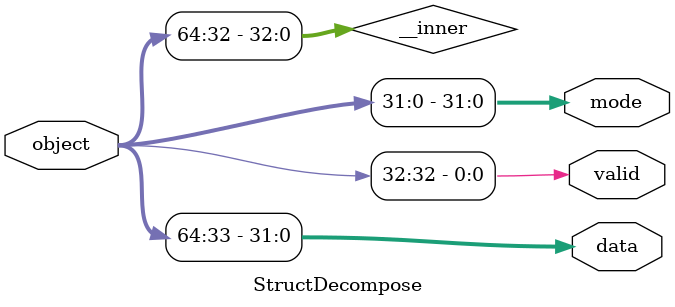
<source format=v>
`default_nettype none


// "packed" structs are effectively a single bit-vector that has syntactic sugar
// to access specific parts. SystemVerilog struct layout is amusingly the
// complete opposite of C struct layout

`define InnerStruct_t_data [32:1]
`define InnerStruct_t_valid [0:0]

`define MODE_T\
parameter MODE_A = 32'b0;\
parameter MODE_B = 32'b1

// Nested structs are a bit trickier to resolve
`define OuterStruct_t_inner [64:32]
`define OuterStruct_t_mode [31:0]

module Example(
    input wire clock, clear,
    output reg success
);

    `MODE_T;

    // Verilog must unfuse these declarations since *_in is a reg and *_out is a wire
    reg [31:0] data_in;
    wire [31:0] data_out;
    reg valid_in;
    wire valid_out;
    reg [31:0] mode_in;
    wire [31:0] mode_out;
    wire [64:0] object;

    // Sadly Verilog doesn't support built-in functions like $bits or $clog2
    // (these are the only functions that I've used in my core and would expect
    // to synthesize. Luckily the implementation is easy-ish)

    always @(posedge clock) begin
        if(clear) begin
            data_in <= 32'h0;
            valid_in <= 1'b0;
            mode_in <= MODE_A;
        end else if(mode_in == MODE_A) begin
            valid_in <= 1'b1;
            mode_in <= MODE_B;
            data_in <= data_in + 32'd65; // Magically computed by looking at the type object
        end else begin
            mode_in <= MODE_A;
            data_in <= data_in + 32'h1;
            valid_in <= 1'b1;
        end
    end

    StructCompose compose(
        .data(data_in),
        .valid(valid_in),
        .mode(mode_in),
        .object(object)
    );

    StructDecompose decompose(
        .data(data_out),
        .valid(valid_out),
        .mode(mode_out),
        .object(object)
    );

    always @* begin
        success = 1'b0;
        if(data_in == data_out)
            if(valid_in == valid_out)
                if(mode_in == mode_out)
                    success = 1'b1;
    end

endmodule

module StructCompose(
    input wire [31:0] data,
    input wire valid,
    input wire [31:0] mode,
    output reg [64:0] object
);

    // Technically the tool could inline all of this, but it's easier to
    // understand if the structs are built separately.
    reg [32:0] __inner;
    always @* begin
        __inner `InnerStruct_t_data = data;
        __inner `InnerStruct_t_valid = valid;
        object `OuterStruct_t_mode = mode;
        object `OuterStruct_t_inner = __inner;
    end

endmodule

module StructDecompose(
    input wire [64:0] object,
    output reg [31:0] data,
    output reg valid,
    output reg [31:0] mode
);

    // Technically the tool could inline the bit selection directly
    reg [32:0] __inner;
    always @* begin
        __inner = object `OuterStruct_t_inner;
        data = __inner `InnerStruct_t_data;
        valid = __inner `InnerStruct_t_valid;
        mode = object `OuterStruct_t_mode;
    end

endmodule
</source>
